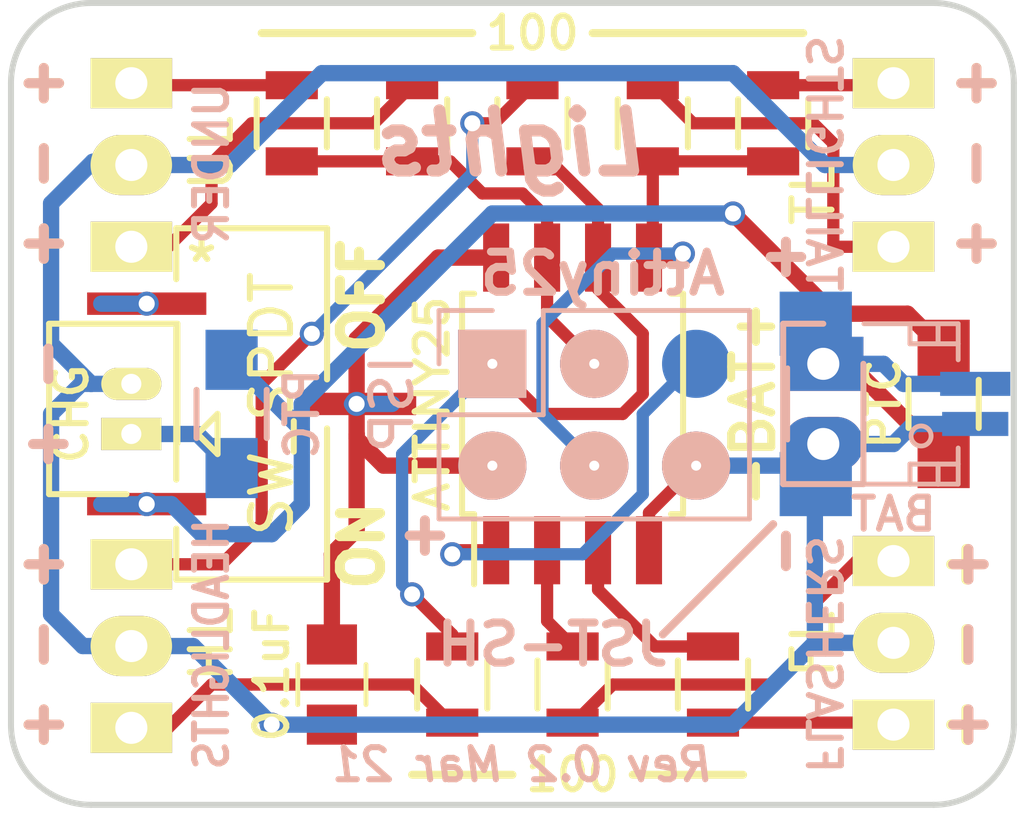
<source format=kicad_pcb>
(kicad_pcb (version 4) (host pcbnew 4.0.2+dfsg1-stable)

  (general
    (links 39)
    (no_connects 0)
    (area 143.924999 85.924999 169.075001 106.075001)
    (thickness 1.6)
    (drawings 65)
    (tracks 181)
    (zones 0)
    (modules 21)
    (nets 21)
  )

  (page A)
  (title_block
    (title "Beetje 32U4 Blok")
    (date 2018-08-10)
    (rev 0.0)
    (company www.MakersBox.us)
    (comment 1 648.ken@gmail.com)
  )

  (layers
    (0 F.Cu signal)
    (31 B.Cu signal)
    (32 B.Adhes user)
    (33 F.Adhes user)
    (34 B.Paste user)
    (35 F.Paste user)
    (36 B.SilkS user)
    (37 F.SilkS user)
    (38 B.Mask user)
    (39 F.Mask user)
    (40 Dwgs.User user hide)
    (41 Cmts.User user)
    (42 Eco1.User user)
    (43 Eco2.User user hide)
    (44 Edge.Cuts user)
    (45 Margin user)
    (46 B.CrtYd user)
    (47 F.CrtYd user)
    (48 B.Fab user)
    (49 F.Fab user)
  )

  (setup
    (last_trace_width 0.3048)
    (user_trace_width 0.254)
    (user_trace_width 0.3048)
    (user_trace_width 0.4064)
    (user_trace_width 0.6096)
    (trace_clearance 0.2)
    (zone_clearance 0.508)
    (zone_45_only no)
    (trace_min 0.2)
    (segment_width 0.2)
    (edge_width 0.15)
    (via_size 0.6)
    (via_drill 0.4)
    (via_min_size 0.4)
    (via_min_drill 0.3)
    (uvia_size 0.3)
    (uvia_drill 0.1)
    (uvias_allowed no)
    (uvia_min_size 0.2)
    (uvia_min_drill 0.1)
    (pcb_text_width 0.3)
    (pcb_text_size 1.5 1.5)
    (mod_edge_width 0.15)
    (mod_text_size 1 1)
    (mod_text_width 0.15)
    (pad_size 2 1.35)
    (pad_drill 0.8)
    (pad_to_mask_clearance 0)
    (aux_axis_origin 0 0)
    (visible_elements 7FFFFFFF)
    (pcbplotparams
      (layerselection 0x00030_80000001)
      (usegerberextensions false)
      (excludeedgelayer true)
      (linewidth 0.100000)
      (plotframeref false)
      (viasonmask false)
      (mode 1)
      (useauxorigin false)
      (hpglpennumber 1)
      (hpglpenspeed 20)
      (hpglpendiameter 15)
      (hpglpenoverlay 2)
      (psnegative false)
      (psa4output false)
      (plotreference true)
      (plotvalue true)
      (plotinvisibletext false)
      (padsonsilk false)
      (subtractmaskfromsilk false)
      (outputformat 1)
      (mirror false)
      (drillshape 0)
      (scaleselection 1)
      (outputdirectory ""))
  )

  (net 0 "")
  (net 1 GND)
  (net 2 "Net-(J6-Pad1)")
  (net 3 "Net-(J8-Pad1)")
  (net 4 VCC)
  (net 5 /RESET)
  (net 6 /D1)
  (net 7 /D2)
  (net 8 /D0)
  (net 9 /D3)
  (net 10 /D4)
  (net 11 "Net-(J2-Pad1)")
  (net 12 "Net-(J4-Pad1)")
  (net 13 "Net-(J2-Pad3)")
  (net 14 "Net-(J4-Pad3)")
  (net 15 "Net-(J6-Pad3)")
  (net 16 "Net-(J8-Pad3)")
  (net 17 "Net-(SW1-Pad1)")
  (net 18 "Net-(F1-Pad1)")
  (net 19 "Net-(F1-Pad2)")
  (net 20 "Net-(F2-Pad1)")

  (net_class Default "This is the default net class."
    (clearance 0.2)
    (trace_width 0.25)
    (via_dia 0.6)
    (via_drill 0.4)
    (uvia_dia 0.3)
    (uvia_drill 0.1)
    (add_net /D0)
    (add_net /D1)
    (add_net /D2)
    (add_net /D3)
    (add_net /D4)
    (add_net /RESET)
    (add_net GND)
    (add_net "Net-(F1-Pad1)")
    (add_net "Net-(F1-Pad2)")
    (add_net "Net-(F2-Pad1)")
    (add_net "Net-(J2-Pad1)")
    (add_net "Net-(J2-Pad3)")
    (add_net "Net-(J4-Pad1)")
    (add_net "Net-(J4-Pad3)")
    (add_net "Net-(J6-Pad1)")
    (add_net "Net-(J6-Pad3)")
    (add_net "Net-(J8-Pad1)")
    (add_net "Net-(J8-Pad3)")
    (add_net "Net-(SW1-Pad1)")
    (add_net VCC)
  )

  (module footprints:PIN_HEADER_LED (layer B.Cu) (tedit 6041CF37) (tstamp 60357F5B)
    (at 164.25 95 180)
    (descr "Through hole straight pin header, 1x02, 2.00mm pitch, single row")
    (tags "Through hole pin header THT 1x02 2.00mm single row")
    (path /60347008)
    (fp_text reference J3 (at 0 2.06 180) (layer B.SilkS) hide
      (effects (font (size 1 1) (thickness 0.15)) (justify mirror))
    )
    (fp_text value BAT (at -1.75 -3.75 180) (layer B.SilkS)
      (effects (font (size 0.8 0.8) (thickness 0.15)) (justify mirror))
    )
    (fp_line (start -1 0) (end -1 -3) (layer B.SilkS) (width 0.15))
    (fp_line (start -1 -3) (end 1 -3) (layer B.SilkS) (width 0.15))
    (fp_line (start 1 -3) (end 1 1) (layer B.SilkS) (width 0.15))
    (fp_line (start 1 1) (end 0 1) (layer B.SilkS) (width 0.15))
    (fp_line (start -0.5 1) (end 1 1) (layer B.Fab) (width 0.1))
    (fp_line (start 1 1) (end 1 -3) (layer B.Fab) (width 0.1))
    (fp_line (start 1 -3) (end -1 -3) (layer B.Fab) (width 0.1))
    (fp_line (start -1 -3) (end -1 0.5) (layer B.Fab) (width 0.1))
    (fp_line (start -1 0.5) (end -0.5 1) (layer B.Fab) (width 0.1))
    (fp_line (start -1.5 1.5) (end -1.5 -3.5) (layer B.CrtYd) (width 0.05))
    (fp_line (start -1.5 -3.5) (end 1.5 -3.5) (layer B.CrtYd) (width 0.05))
    (fp_line (start 1.5 -3.5) (end 1.5 1.5) (layer B.CrtYd) (width 0.05))
    (fp_line (start 1.5 1.5) (end -1.5 1.5) (layer B.CrtYd) (width 0.05))
    (fp_text user %R (at 0 -1 450) (layer B.Fab)
      (effects (font (size 1 1) (thickness 0.15)) (justify mirror))
    )
    (pad 1 thru_hole rect (at 0 0 180) (size 2 1.35) (drill 0.8) (layers *.Cu *.Mask)
      (net 18 "Net-(F1-Pad1)"))
    (pad 2 thru_hole oval (at 0 -2 180) (size 2 1.35) (drill 0.8) (layers *.Cu *.Mask)
      (net 1 GND))
    (model ${KISYS3DMOD}/Pin_Headers.3dshapes/Pin_Header_Straight_1x02_Pitch2.00mm.wrl
      (at (xyz 0 0 0))
      (scale (xyz 1 1 1))
      (rotate (xyz 0 0 0))
    )
  )

  (module footprints:JST_SH_SM02B_hand_solder (layer B.Cu) (tedit 6041D3AA) (tstamp 60425510)
    (at 166 96 90)
    (descr http://www.jst-mfg.com/product/pdf/eng/eSH.pdf)
    (tags "connector jst sh")
    (path /6041C3A6)
    (attr smd)
    (fp_text reference J5 (at -0.5 4 90) (layer B.SilkS) hide
      (effects (font (size 1 1) (thickness 0.15)) (justify mirror))
    )
    (fp_text value JST-SH (at 0 -4.5 90) (layer B.Fab)
      (effects (font (size 1 1) (thickness 0.15)) (justify mirror))
    )
    (fp_circle (center -0.8 0.6875) (end -0.55 0.6875) (layer B.SilkS) (width 0.12))
    (fp_line (start -0.9 -2.6375) (end 0.9 -2.6375) (layer B.SilkS) (width 0.12))
    (fp_line (start -2 -0.7375) (end -2 1.6125) (layer B.SilkS) (width 0.12))
    (fp_line (start -2 1.6125) (end -1.1 1.6125) (layer B.SilkS) (width 0.12))
    (fp_line (start -1.5 1.6125) (end -1.5 0.4125) (layer B.SilkS) (width 0.12))
    (fp_line (start -1.5 0.4125) (end -1.5 0.4125) (layer B.SilkS) (width 0.12))
    (fp_line (start -1.5 0.4125) (end -1.5 1.6125) (layer B.SilkS) (width 0.12))
    (fp_line (start -1.5 1.6125) (end -1.5 1.6125) (layer B.SilkS) (width 0.12))
    (fp_line (start -1.5 1.1125) (end -1.5 1.1125) (layer B.SilkS) (width 0.12))
    (fp_line (start -1.5 1.1125) (end -2 1.1125) (layer B.SilkS) (width 0.12))
    (fp_line (start -2 1.1125) (end -2 1.1125) (layer B.SilkS) (width 0.12))
    (fp_line (start -2 1.1125) (end -1.5 1.1125) (layer B.SilkS) (width 0.12))
    (fp_line (start -1.5 0.4125) (end -1.5 0.4125) (layer B.SilkS) (width 0.12))
    (fp_line (start -1.5 0.4125) (end -2 0.4125) (layer B.SilkS) (width 0.12))
    (fp_line (start -2 0.4125) (end -2 0.4125) (layer B.SilkS) (width 0.12))
    (fp_line (start -2 0.4125) (end -1.5 0.4125) (layer B.SilkS) (width 0.12))
    (fp_line (start 2 -0.7375) (end 2 1.6125) (layer B.SilkS) (width 0.12))
    (fp_line (start 2 1.6125) (end 1.1 1.6125) (layer B.SilkS) (width 0.12))
    (fp_line (start 1.5 1.6125) (end 1.5 0.4125) (layer B.SilkS) (width 0.12))
    (fp_line (start 1.5 0.4125) (end 1.5 0.4125) (layer B.SilkS) (width 0.12))
    (fp_line (start 1.5 0.4125) (end 1.5 1.6125) (layer B.SilkS) (width 0.12))
    (fp_line (start 1.5 1.6125) (end 1.5 1.6125) (layer B.SilkS) (width 0.12))
    (fp_line (start 1.5 1.1125) (end 1.5 1.1125) (layer B.SilkS) (width 0.12))
    (fp_line (start 1.5 1.1125) (end 2 1.1125) (layer B.SilkS) (width 0.12))
    (fp_line (start 2 1.1125) (end 2 1.1125) (layer B.SilkS) (width 0.12))
    (fp_line (start 2 1.1125) (end 1.5 1.1125) (layer B.SilkS) (width 0.12))
    (fp_line (start 1.5 0.4125) (end 1.5 0.4125) (layer B.SilkS) (width 0.12))
    (fp_line (start 1.5 0.4125) (end 2 0.4125) (layer B.SilkS) (width 0.12))
    (fp_line (start 2 0.4125) (end 2 0.4125) (layer B.SilkS) (width 0.12))
    (fp_line (start 2 0.4125) (end 1.5 0.4125) (layer B.SilkS) (width 0.12))
    (fp_line (start -2.9 -3.35) (end -2.9 3.25) (layer B.CrtYd) (width 0.05))
    (fp_line (start -2.9 3.25) (end 2.9 3.25) (layer B.CrtYd) (width 0.05))
    (fp_line (start 2.9 3.25) (end 2.9 -3.35) (layer B.CrtYd) (width 0.05))
    (fp_line (start 2.9 -3.35) (end -2.9 -3.35) (layer B.CrtYd) (width 0.05))
    (pad 1 smd rect (at -0.5 2.0375 90) (size 0.6 1.65) (layers B.Cu B.Paste B.Mask)
      (net 1 GND))
    (pad 2 smd rect (at 0.5 2.0375 90) (size 0.6 1.75) (layers B.Cu B.Paste B.Mask)
      (net 18 "Net-(F1-Pad1)"))
    (pad 1 smd rect (at -2 -1.9375 90) (size 1.6 1.8) (layers B.Cu B.Paste B.Mask)
      (net 1 GND))
    (pad 2 smd rect (at 2 -1.9375 90) (size 1.6 1.8) (layers B.Cu B.Paste B.Mask)
      (net 18 "Net-(F1-Pad1)"))
  )

  (module footprints:R_0805 (layer F.Cu) (tedit 60346D15) (tstamp 603339E8)
    (at 151 89 90)
    (descr "Resistor SMD 0805, reflow soldering, Vishay (see dcrcw.pdf)")
    (tags "resistor 0805")
    (path /5EA72640)
    (attr smd)
    (fp_text reference R1 (at 0 -2.1 90) (layer F.Fab)
      (effects (font (size 1 1) (thickness 0.15)))
    )
    (fp_text value 100 (at 0 2.1 90) (layer F.SilkS) hide
      (effects (font (size 0.8 0.8) (thickness 0.15)))
    )
    (fp_line (start -1.6 -1) (end 1.6 -1) (layer F.CrtYd) (width 0.05))
    (fp_line (start -1.6 1) (end 1.6 1) (layer F.CrtYd) (width 0.05))
    (fp_line (start -1.6 -1) (end -1.6 1) (layer F.CrtYd) (width 0.05))
    (fp_line (start 1.6 -1) (end 1.6 1) (layer F.CrtYd) (width 0.05))
    (fp_line (start 0.6 0.875) (end -0.6 0.875) (layer F.SilkS) (width 0.15))
    (fp_line (start -0.6 -0.875) (end 0.6 -0.875) (layer F.SilkS) (width 0.15))
    (pad 1 smd rect (at -0.95 0 90) (size 0.7 1.3) (layers F.Cu F.Paste F.Mask)
      (net 7 /D2))
    (pad 2 smd rect (at 0.95 0 90) (size 0.7 1.3) (layers F.Cu F.Paste F.Mask)
      (net 11 "Net-(J2-Pad1)"))
    (model Resistors_SMD.3dshapes/R_0805.wrl
      (at (xyz 0 0 0))
      (scale (xyz 1 1 1))
      (rotate (xyz 0 0 0))
    )
  )

  (module footprints:R_0805 (layer F.Cu) (tedit 60346CF3) (tstamp 60333A5F)
    (at 155 103 270)
    (descr "Resistor SMD 0805, reflow soldering, Vishay (see dcrcw.pdf)")
    (tags "resistor 0805")
    (path /6033C148)
    (attr smd)
    (fp_text reference R8 (at 0 -2.1 270) (layer F.Fab)
      (effects (font (size 1 1) (thickness 0.15)))
    )
    (fp_text value 100 (at 0 2.1 270) (layer F.SilkS) hide
      (effects (font (size 0.8 0.8) (thickness 0.15)))
    )
    (fp_line (start -1.6 -1) (end 1.6 -1) (layer F.CrtYd) (width 0.05))
    (fp_line (start -1.6 1) (end 1.6 1) (layer F.CrtYd) (width 0.05))
    (fp_line (start -1.6 -1) (end -1.6 1) (layer F.CrtYd) (width 0.05))
    (fp_line (start 1.6 -1) (end 1.6 1) (layer F.CrtYd) (width 0.05))
    (fp_line (start 0.6 0.875) (end -0.6 0.875) (layer F.SilkS) (width 0.15))
    (fp_line (start -0.6 -0.875) (end 0.6 -0.875) (layer F.SilkS) (width 0.15))
    (pad 1 smd rect (at -0.95 0 270) (size 0.7 1.3) (layers F.Cu F.Paste F.Mask)
      (net 6 /D1))
    (pad 2 smd rect (at 0.95 0 270) (size 0.7 1.3) (layers F.Cu F.Paste F.Mask)
      (net 16 "Net-(J8-Pad3)"))
    (model Resistors_SMD.3dshapes/R_0805.wrl
      (at (xyz 0 0 0))
      (scale (xyz 1 1 1))
      (rotate (xyz 0 0 0))
    )
  )

  (module footprints:R_0805 (layer F.Cu) (tedit 60346D18) (tstamp 60333A4E)
    (at 157 89 90)
    (descr "Resistor SMD 0805, reflow soldering, Vishay (see dcrcw.pdf)")
    (tags "resistor 0805")
    (path /6033C142)
    (attr smd)
    (fp_text reference R7 (at 0 -2.1 90) (layer F.Fab)
      (effects (font (size 1 1) (thickness 0.15)))
    )
    (fp_text value 100 (at 0 2.1 90) (layer F.SilkS) hide
      (effects (font (size 0.8 0.8) (thickness 0.15)))
    )
    (fp_line (start -1.6 -1) (end 1.6 -1) (layer F.CrtYd) (width 0.05))
    (fp_line (start -1.6 1) (end 1.6 1) (layer F.CrtYd) (width 0.05))
    (fp_line (start -1.6 -1) (end -1.6 1) (layer F.CrtYd) (width 0.05))
    (fp_line (start 1.6 -1) (end 1.6 1) (layer F.CrtYd) (width 0.05))
    (fp_line (start 0.6 0.875) (end -0.6 0.875) (layer F.SilkS) (width 0.15))
    (fp_line (start -0.6 -0.875) (end 0.6 -0.875) (layer F.SilkS) (width 0.15))
    (pad 1 smd rect (at -0.95 0 90) (size 0.7 1.3) (layers F.Cu F.Paste F.Mask)
      (net 6 /D1))
    (pad 2 smd rect (at 0.95 0 90) (size 0.7 1.3) (layers F.Cu F.Paste F.Mask)
      (net 3 "Net-(J8-Pad1)"))
    (model Resistors_SMD.3dshapes/R_0805.wrl
      (at (xyz 0 0 0))
      (scale (xyz 1 1 1))
      (rotate (xyz 0 0 0))
    )
  )

  (module footprints:R_0805 (layer F.Cu) (tedit 60346D1C) (tstamp 60333A3D)
    (at 160 89 90)
    (descr "Resistor SMD 0805, reflow soldering, Vishay (see dcrcw.pdf)")
    (tags "resistor 0805")
    (path /6033C13C)
    (attr smd)
    (fp_text reference R6 (at 0 -2.1 90) (layer F.Fab)
      (effects (font (size 1 1) (thickness 0.15)))
    )
    (fp_text value 100 (at 0 2.1 90) (layer F.SilkS) hide
      (effects (font (size 0.8 0.8) (thickness 0.15)))
    )
    (fp_line (start -1.6 -1) (end 1.6 -1) (layer F.CrtYd) (width 0.05))
    (fp_line (start -1.6 1) (end 1.6 1) (layer F.CrtYd) (width 0.05))
    (fp_line (start -1.6 -1) (end -1.6 1) (layer F.CrtYd) (width 0.05))
    (fp_line (start 1.6 -1) (end 1.6 1) (layer F.CrtYd) (width 0.05))
    (fp_line (start 0.6 0.875) (end -0.6 0.875) (layer F.SilkS) (width 0.15))
    (fp_line (start -0.6 -0.875) (end 0.6 -0.875) (layer F.SilkS) (width 0.15))
    (pad 1 smd rect (at -0.95 0 90) (size 0.7 1.3) (layers F.Cu F.Paste F.Mask)
      (net 8 /D0))
    (pad 2 smd rect (at 0.95 0 90) (size 0.7 1.3) (layers F.Cu F.Paste F.Mask)
      (net 15 "Net-(J6-Pad3)"))
    (model Resistors_SMD.3dshapes/R_0805.wrl
      (at (xyz 0 0 0))
      (scale (xyz 1 1 1))
      (rotate (xyz 0 0 0))
    )
  )

  (module footprints:R_0805 (layer F.Cu) (tedit 60346DAF) (tstamp 60333A2C)
    (at 163 89 90)
    (descr "Resistor SMD 0805, reflow soldering, Vishay (see dcrcw.pdf)")
    (tags "resistor 0805")
    (path /6033C136)
    (attr smd)
    (fp_text reference R5 (at 0 -2.1 90) (layer F.Fab)
      (effects (font (size 1 1) (thickness 0.15)))
    )
    (fp_text value 100 (at 0 2.1 90) (layer F.SilkS) hide
      (effects (font (size 0.8 0.8) (thickness 0.15)))
    )
    (fp_line (start -1.6 -1) (end 1.6 -1) (layer F.CrtYd) (width 0.05))
    (fp_line (start -1.6 1) (end 1.6 1) (layer F.CrtYd) (width 0.05))
    (fp_line (start -1.6 -1) (end -1.6 1) (layer F.CrtYd) (width 0.05))
    (fp_line (start 1.6 -1) (end 1.6 1) (layer F.CrtYd) (width 0.05))
    (fp_line (start 0.6 0.875) (end -0.6 0.875) (layer F.SilkS) (width 0.15))
    (fp_line (start -0.6 -0.875) (end 0.6 -0.875) (layer F.SilkS) (width 0.15))
    (pad 1 smd rect (at -0.95 0 90) (size 0.7 1.3) (layers F.Cu F.Paste F.Mask)
      (net 8 /D0))
    (pad 2 smd rect (at 0.95 0 90) (size 0.7 1.3) (layers F.Cu F.Paste F.Mask)
      (net 2 "Net-(J6-Pad1)"))
    (model Resistors_SMD.3dshapes/R_0805.wrl
      (at (xyz 0 0 0))
      (scale (xyz 1 1 1))
      (rotate (xyz 0 0 0))
    )
  )

  (module footprints:R_0805 (layer F.Cu) (tedit 60346CE8) (tstamp 60333A1B)
    (at 158 103 270)
    (descr "Resistor SMD 0805, reflow soldering, Vishay (see dcrcw.pdf)")
    (tags "resistor 0805")
    (path /5EA727AD)
    (attr smd)
    (fp_text reference R4 (at 0 -2.1 270) (layer F.Fab)
      (effects (font (size 1 1) (thickness 0.15)))
    )
    (fp_text value 100 (at 2.25 0 360) (layer F.SilkS)
      (effects (font (size 0.8 0.8) (thickness 0.15)))
    )
    (fp_line (start -1.6 -1) (end 1.6 -1) (layer F.CrtYd) (width 0.05))
    (fp_line (start -1.6 1) (end 1.6 1) (layer F.CrtYd) (width 0.05))
    (fp_line (start -1.6 -1) (end -1.6 1) (layer F.CrtYd) (width 0.05))
    (fp_line (start 1.6 -1) (end 1.6 1) (layer F.CrtYd) (width 0.05))
    (fp_line (start 0.6 0.875) (end -0.6 0.875) (layer F.SilkS) (width 0.15))
    (fp_line (start -0.6 -0.875) (end 0.6 -0.875) (layer F.SilkS) (width 0.15))
    (pad 1 smd rect (at -0.95 0 270) (size 0.7 1.3) (layers F.Cu F.Paste F.Mask)
      (net 9 /D3))
    (pad 2 smd rect (at 0.95 0 270) (size 0.7 1.3) (layers F.Cu F.Paste F.Mask)
      (net 14 "Net-(J4-Pad3)"))
    (model Resistors_SMD.3dshapes/R_0805.wrl
      (at (xyz 0 0 0))
      (scale (xyz 1 1 1))
      (rotate (xyz 0 0 0))
    )
  )

  (module footprints:R_0805 (layer F.Cu) (tedit 60346CEE) (tstamp 60333A0A)
    (at 161.5 103 270)
    (descr "Resistor SMD 0805, reflow soldering, Vishay (see dcrcw.pdf)")
    (tags "resistor 0805")
    (path /5EA72763)
    (attr smd)
    (fp_text reference R3 (at 0 -2.1 270) (layer F.Fab)
      (effects (font (size 1 1) (thickness 0.15)))
    )
    (fp_text value 100 (at 0 2.1 270) (layer F.SilkS) hide
      (effects (font (size 0.8 0.8) (thickness 0.15)))
    )
    (fp_line (start -1.6 -1) (end 1.6 -1) (layer F.CrtYd) (width 0.05))
    (fp_line (start -1.6 1) (end 1.6 1) (layer F.CrtYd) (width 0.05))
    (fp_line (start -1.6 -1) (end -1.6 1) (layer F.CrtYd) (width 0.05))
    (fp_line (start 1.6 -1) (end 1.6 1) (layer F.CrtYd) (width 0.05))
    (fp_line (start 0.6 0.875) (end -0.6 0.875) (layer F.SilkS) (width 0.15))
    (fp_line (start -0.6 -0.875) (end 0.6 -0.875) (layer F.SilkS) (width 0.15))
    (pad 1 smd rect (at -0.95 0 270) (size 0.7 1.3) (layers F.Cu F.Paste F.Mask)
      (net 10 /D4))
    (pad 2 smd rect (at 0.95 0 270) (size 0.7 1.3) (layers F.Cu F.Paste F.Mask)
      (net 12 "Net-(J4-Pad1)"))
    (model Resistors_SMD.3dshapes/R_0805.wrl
      (at (xyz 0 0 0))
      (scale (xyz 1 1 1))
      (rotate (xyz 0 0 0))
    )
  )

  (module footprints:R_0805 (layer F.Cu) (tedit 60346D10) (tstamp 603339F9)
    (at 154 89 90)
    (descr "Resistor SMD 0805, reflow soldering, Vishay (see dcrcw.pdf)")
    (tags "resistor 0805")
    (path /5EA726D2)
    (attr smd)
    (fp_text reference R2 (at 0 -2.1 90) (layer F.Fab)
      (effects (font (size 1 1) (thickness 0.15)))
    )
    (fp_text value 100 (at 2.25 3 180) (layer F.SilkS)
      (effects (font (size 0.8 0.8) (thickness 0.15)))
    )
    (fp_line (start -1.6 -1) (end 1.6 -1) (layer F.CrtYd) (width 0.05))
    (fp_line (start -1.6 1) (end 1.6 1) (layer F.CrtYd) (width 0.05))
    (fp_line (start -1.6 -1) (end -1.6 1) (layer F.CrtYd) (width 0.05))
    (fp_line (start 1.6 -1) (end 1.6 1) (layer F.CrtYd) (width 0.05))
    (fp_line (start 0.6 0.875) (end -0.6 0.875) (layer F.SilkS) (width 0.15))
    (fp_line (start -0.6 -0.875) (end 0.6 -0.875) (layer F.SilkS) (width 0.15))
    (pad 1 smd rect (at -0.95 0 90) (size 0.7 1.3) (layers F.Cu F.Paste F.Mask)
      (net 7 /D2))
    (pad 2 smd rect (at 0.95 0 90) (size 0.7 1.3) (layers F.Cu F.Paste F.Mask)
      (net 13 "Net-(J2-Pad3)"))
    (model Resistors_SMD.3dshapes/R_0805.wrl
      (at (xyz 0 0 0))
      (scale (xyz 1 1 1))
      (rotate (xyz 0 0 0))
    )
  )

  (module footprints:C_0805 (layer F.Cu) (tedit 6041C16D) (tstamp 603338D2)
    (at 152 103 270)
    (descr "Capacitor SMD 0805, reflow soldering, AVX (see smccp.pdf)")
    (tags "capacitor 0805")
    (path /5B77416F)
    (attr smd)
    (fp_text reference C1 (at 1.25 1.5 270) (layer F.SilkS) hide
      (effects (font (size 1 1) (thickness 0.15)))
    )
    (fp_text value 0.1uF (at -0.25 1.5 450) (layer F.SilkS)
      (effects (font (size 0.8 0.8) (thickness 0.15)))
    )
    (fp_text user %R (at 0 -1.5 270) (layer F.Fab)
      (effects (font (size 1 1) (thickness 0.15)))
    )
    (fp_line (start -1 0.62) (end -1 -0.62) (layer F.Fab) (width 0.1))
    (fp_line (start 1 0.62) (end -1 0.62) (layer F.Fab) (width 0.1))
    (fp_line (start 1 -0.62) (end 1 0.62) (layer F.Fab) (width 0.1))
    (fp_line (start -1 -0.62) (end 1 -0.62) (layer F.Fab) (width 0.1))
    (fp_line (start 0.5 -0.85) (end -0.5 -0.85) (layer F.SilkS) (width 0.12))
    (fp_line (start -0.5 0.85) (end 0.5 0.85) (layer F.SilkS) (width 0.12))
    (fp_line (start -1.75 -0.88) (end 1.75 -0.88) (layer F.CrtYd) (width 0.05))
    (fp_line (start -1.75 -0.88) (end -1.75 0.87) (layer F.CrtYd) (width 0.05))
    (fp_line (start 1.75 0.87) (end 1.75 -0.88) (layer F.CrtYd) (width 0.05))
    (fp_line (start 1.75 0.87) (end -1.75 0.87) (layer F.CrtYd) (width 0.05))
    (pad 1 smd rect (at -1 0 270) (size 1 1.25) (layers F.Cu F.Paste F.Mask)
      (net 4 VCC))
    (pad 2 smd rect (at 1 0 270) (size 1 1.25) (layers F.Cu F.Paste F.Mask)
      (net 1 GND))
    (model Capacitors_SMD.3dshapes/C_0805.wrl
      (at (xyz 0 0 0))
      (scale (xyz 1 1 1))
      (rotate (xyz 0 0 0))
    )
  )

  (module footprints:Pin_Header_Straight_2x03_Pitch2.54mm (layer B.Cu) (tedit 6041C2EC) (tstamp 603338EE)
    (at 156 95 270)
    (descr "Through hole straight pin header, 2x03, 2.54mm pitch, double rows")
    (tags "Through hole pin header THT 2x03 2.54mm double row")
    (path /5ED19E25)
    (fp_text reference CON1 (at 1.27 2.33 270) (layer B.SilkS) hide
      (effects (font (size 1 1) (thickness 0.15)) (justify mirror))
    )
    (fp_text value ISP (at 1 2.5 270) (layer B.SilkS)
      (effects (font (size 1 1) (thickness 0.15)) (justify mirror))
    )
    (fp_line (start 0 1.27) (end 3.81 1.27) (layer B.Fab) (width 0.1))
    (fp_line (start 3.81 1.27) (end 3.81 -6.35) (layer B.Fab) (width 0.1))
    (fp_line (start 3.81 -6.35) (end -1.27 -6.35) (layer B.Fab) (width 0.1))
    (fp_line (start -1.27 -6.35) (end -1.27 0) (layer B.Fab) (width 0.1))
    (fp_line (start -1.27 0) (end 0 1.27) (layer B.Fab) (width 0.1))
    (fp_line (start -1.33 -6.41) (end 3.87 -6.41) (layer B.SilkS) (width 0.12))
    (fp_line (start -1.33 -1.27) (end -1.33 -6.41) (layer B.SilkS) (width 0.12))
    (fp_line (start 3.87 1.33) (end 3.87 -6.41) (layer B.SilkS) (width 0.12))
    (fp_line (start -1.33 -1.27) (end 1.27 -1.27) (layer B.SilkS) (width 0.12))
    (fp_line (start 1.27 -1.27) (end 1.27 1.33) (layer B.SilkS) (width 0.12))
    (fp_line (start 1.27 1.33) (end 3.87 1.33) (layer B.SilkS) (width 0.12))
    (fp_line (start -1.33 0) (end -1.33 1.33) (layer B.SilkS) (width 0.12))
    (fp_line (start -1.33 1.33) (end 0 1.33) (layer B.SilkS) (width 0.12))
    (fp_line (start -1.8 1.8) (end -1.8 -6.85) (layer B.CrtYd) (width 0.05))
    (fp_line (start -1.8 -6.85) (end 4.35 -6.85) (layer B.CrtYd) (width 0.05))
    (fp_line (start 4.35 -6.85) (end 4.35 1.8) (layer B.CrtYd) (width 0.05))
    (fp_line (start 4.35 1.8) (end -1.8 1.8) (layer B.CrtYd) (width 0.05))
    (fp_text user %R (at 1.27 -2.54 540) (layer B.Fab)
      (effects (font (size 1 1) (thickness 0.15)) (justify mirror))
    )
    (pad 1 thru_hole rect (at 0 0 270) (size 1.7 1.7) (drill 0.25) (layers *.Cu B.SilkS B.Mask)
      (net 6 /D1))
    (pad 2 thru_hole oval (at 2.54 0 270) (size 1.7 1.7) (drill 0.25) (layers *.Cu B.SilkS B.Mask)
      (net 4 VCC))
    (pad 3 thru_hole oval (at 0 -2.54 270) (size 1.7 1.7) (drill 0.25) (layers *.Cu B.SilkS B.Mask)
      (net 7 /D2))
    (pad 4 thru_hole oval (at 2.54 -2.54 270) (size 1.7 1.7) (drill 0.25) (layers *.Cu B.SilkS B.Mask)
      (net 8 /D0))
    (pad 5 smd oval (at 0 -5.08 270) (size 1.7 1.7) (layers B.Cu B.Paste B.Mask)
      (net 5 /RESET))
    (pad 6 thru_hole oval (at 2.54 -5.08 270) (size 1.7 1.7) (drill 0.25) (layers *.Cu B.SilkS B.Mask)
      (net 1 GND))
  )

  (module footprints:SOIJ-8_5.3x5.3mm_Pitch1.27mm (layer F.Cu) (tedit 60347634) (tstamp 60333905)
    (at 158 96 90)
    (descr "8-Lead Plastic Small Outline (SM) - Medium, 5.28 mm Body [SOIC] (see Microchip Packaging Specification 00000049BS.pdf)")
    (tags "SOIC 1.27")
    (path /60332EE4)
    (attr smd)
    (fp_text reference IC1 (at 0 -3.68 90) (layer F.SilkS) hide
      (effects (font (size 1 1) (thickness 0.15)))
    )
    (fp_text value ATTINY25 (at 0 -3.5 90) (layer F.SilkS)
      (effects (font (size 0.8 0.8) (thickness 0.15)))
    )
    (fp_line (start -4.75 -2.95) (end -4.75 2.95) (layer F.CrtYd) (width 0.05))
    (fp_line (start 4.75 -2.95) (end 4.75 2.95) (layer F.CrtYd) (width 0.05))
    (fp_line (start -4.75 -2.95) (end 4.75 -2.95) (layer F.CrtYd) (width 0.05))
    (fp_line (start -4.75 2.95) (end 4.75 2.95) (layer F.CrtYd) (width 0.05))
    (fp_line (start -2.75 -2.755) (end -2.75 -2.455) (layer F.SilkS) (width 0.15))
    (fp_line (start 2.75 -2.755) (end 2.75 -2.455) (layer F.SilkS) (width 0.15))
    (fp_line (start 2.75 2.755) (end 2.75 2.455) (layer F.SilkS) (width 0.15))
    (fp_line (start -2.75 2.755) (end -2.75 2.455) (layer F.SilkS) (width 0.15))
    (fp_line (start -2.75 -2.755) (end 2.75 -2.755) (layer F.SilkS) (width 0.15))
    (fp_line (start -2.75 2.755) (end 2.75 2.755) (layer F.SilkS) (width 0.15))
    (fp_line (start -2.75 -2.455) (end -4.5 -2.455) (layer F.SilkS) (width 0.15))
    (pad 1 smd rect (at -3.65 -1.905 90) (size 1.7 0.65) (layers F.Cu F.Paste F.Mask)
      (net 5 /RESET))
    (pad 2 smd rect (at -3.65 -0.635 90) (size 1.7 0.65) (layers F.Cu F.Paste F.Mask)
      (net 9 /D3))
    (pad 3 smd rect (at -3.65 0.635 90) (size 1.7 0.65) (layers F.Cu F.Paste F.Mask)
      (net 10 /D4))
    (pad 4 smd rect (at -3.65 1.905 90) (size 1.7 0.65) (layers F.Cu F.Paste F.Mask)
      (net 1 GND))
    (pad 5 smd rect (at 3.65 1.905 90) (size 1.7 0.65) (layers F.Cu F.Paste F.Mask)
      (net 8 /D0))
    (pad 6 smd rect (at 3.65 0.635 90) (size 1.7 0.65) (layers F.Cu F.Paste F.Mask)
      (net 6 /D1))
    (pad 7 smd rect (at 3.65 -0.635 90) (size 1.7 0.65) (layers F.Cu F.Paste F.Mask)
      (net 7 /D2))
    (pad 8 smd rect (at 3.65 -1.905 90) (size 1.7 0.65) (layers F.Cu F.Paste F.Mask)
      (net 4 VCC))
    (model Housings_SOIC.3dshapes/SOIJ-8_5.3x5.3mm_Pitch1.27mm.wrl
      (at (xyz 0 0 0))
      (scale (xyz 1 1 1))
      (rotate (xyz 0 0 0))
    )
  )

  (module footprints:Connector_Molex_PicoBlade_53047-0210 (layer F.Cu) (tedit 6041C13B) (tstamp 6033516F)
    (at 147 96.75 90)
    (descr "Molex PicoBlade 1.25mm shrouded header. Vertical. 2 ways")
    (path /5B7F07B5)
    (fp_text reference J1 (at 1 3.25 90) (layer F.SilkS) hide
      (effects (font (size 1 1) (thickness 0.15)))
    )
    (fp_text value CHG (at 0.5 -1.5 90) (layer F.SilkS)
      (effects (font (size 0.8 0.8) (thickness 0.15)))
    )
    (fp_line (start -1.5 -0.12) (end -1.5 -2.05) (layer F.SilkS) (width 0.15))
    (fp_line (start -1.5 -2.05) (end 2.75 -2.05) (layer F.SilkS) (width 0.15))
    (fp_line (start 2.75 -2.05) (end 2.75 1.15) (layer F.SilkS) (width 0.15))
    (fp_line (start 2.75 1.15) (end -0.23 1.15) (layer F.SilkS) (width 0.15))
    (fp_line (start 0 1.65) (end 0.5 2.15) (layer F.SilkS) (width 0.15))
    (fp_line (start 0.5 2.15) (end -0.5 2.15) (layer F.SilkS) (width 0.15))
    (fp_line (start -0.5 2.15) (end 0 1.65) (layer F.SilkS) (width 0.15))
    (fp_line (start -0.23 1.15) (end -1.5 -0.12) (layer F.Fab) (width 0.2))
    (fp_line (start -1.5 -0.12) (end -1.5 -2.05) (layer F.Fab) (width 0.2))
    (fp_line (start -1.5 -2.05) (end 2.75 -2.05) (layer F.Fab) (width 0.2))
    (fp_line (start 2.75 -2.05) (end 2.75 1.15) (layer F.Fab) (width 0.2))
    (fp_line (start 2.75 1.15) (end -0.23 1.15) (layer F.Fab) (width 0.2))
    (pad 1 thru_hole rect (at 0 0 90) (size 0.8 1.5) (drill 0.5) (layers *.Cu *.Mask F.SilkS)
      (net 20 "Net-(F2-Pad1)"))
    (pad 2 thru_hole oval (at 1.25 0 90) (size 0.8 1.5) (drill 0.5) (layers *.Cu *.Mask F.SilkS)
      (net 1 GND))
    (model Connectors_Molex.3dshapes/Connector_Molex_PicoBlade_53047-0210.wrl
      (at (xyz 0.024606 0 0))
      (scale (xyz 1 1 1))
      (rotate (xyz 0 0 180))
    )
  )

  (module footprints:JS102011SCQN (layer F.Cu) (tedit 6041C156) (tstamp 60333A88)
    (at 150 96)
    (path /5B9534D5)
    (fp_text reference SW1 (at 0 0) (layer F.SilkS) hide
      (effects (font (size 1 1) (thickness 0.15)))
    )
    (fp_text value SW_SPDT (at 0.5 0 270) (layer F.SilkS)
      (effects (font (size 1 1) (thickness 0.15)))
    )
    (fp_text user "Copyright 2016 Accelerated Designs. All rights reserved." (at 0 0) (layer Cmts.User)
      (effects (font (size 0.127 0.127) (thickness 0.002)))
    )
    (fp_text user * (at -1.25 -3.5) (layer F.SilkS)
      (effects (font (size 1 1) (thickness 0.15)))
    )
    (fp_text user * (at -1.3716 -2.6778) (layer F.Fab)
      (effects (font (size 1 1) (thickness 0.15)))
    )
    (fp_text user * (at -1.3716 -2.6778) (layer F.Fab)
      (effects (font (size 1 1) (thickness 0.15)))
    )
    (fp_text user * (at -1.25 -3.5) (layer F.SilkS)
      (effects (font (size 1 1) (thickness 0.15)))
    )
    (fp_line (start -1.7526 -2.246) (end -1.7526 -2.754) (layer F.Fab) (width 0.1524))
    (fp_line (start -1.7526 -2.754) (end -3.7465 -2.754) (layer F.Fab) (width 0.1524))
    (fp_line (start -3.7465 -2.754) (end -3.7465 -2.246) (layer F.Fab) (width 0.1524))
    (fp_line (start -3.7465 -2.246) (end -1.7526 -2.246) (layer F.Fab) (width 0.1524))
    (fp_line (start -1.7526 2.754) (end -1.7526 2.246) (layer F.Fab) (width 0.1524))
    (fp_line (start -1.7526 2.246) (end -3.7465 2.246) (layer F.Fab) (width 0.1524))
    (fp_line (start -3.7465 2.246) (end -3.7465 2.754) (layer F.Fab) (width 0.1524))
    (fp_line (start -3.7465 2.754) (end -1.7526 2.754) (layer F.Fab) (width 0.1524))
    (fp_line (start 1.7526 -0.254) (end 1.7526 0.254) (layer F.Fab) (width 0.1524))
    (fp_line (start 1.7526 0.254) (end 3.7465 0.254) (layer F.Fab) (width 0.1524))
    (fp_line (start 3.7465 0.254) (end 3.7465 -0.254) (layer F.Fab) (width 0.1524))
    (fp_line (start 3.7465 -0.254) (end 1.7526 -0.254) (layer F.Fab) (width 0.1524))
    (fp_line (start -0.8001 0.8001) (end -0.8001 -0.8001) (layer F.Fab) (width 0.1524))
    (fp_line (start -0.8001 -0.8001) (end 0.8001 -0.8001) (layer F.Fab) (width 0.1524))
    (fp_line (start 0.8001 -0.8001) (end 0.8001 0.8001) (layer F.Fab) (width 0.1524))
    (fp_line (start 0.8001 0.8001) (end -0.8001 0.8001) (layer F.Fab) (width 0.1524))
    (fp_line (start -1.8796 4.3815) (end 1.8796 4.3815) (layer F.SilkS) (width 0.1524))
    (fp_line (start 1.8796 4.3815) (end 1.8796 0.61214) (layer F.SilkS) (width 0.1524))
    (fp_line (start 1.8796 -4.3815) (end -1.8796 -4.3815) (layer F.SilkS) (width 0.1524))
    (fp_line (start -1.8796 -4.3815) (end -1.8796 -3.11214) (layer F.SilkS) (width 0.1524))
    (fp_line (start -1.7526 4.2545) (end 1.7526 4.2545) (layer F.Fab) (width 0.1524))
    (fp_line (start 1.7526 4.2545) (end 1.7526 -4.2545) (layer F.Fab) (width 0.1524))
    (fp_line (start 1.7526 -4.2545) (end -1.7526 -4.2545) (layer F.Fab) (width 0.1524))
    (fp_line (start -1.7526 -4.2545) (end -1.7526 4.2545) (layer F.Fab) (width 0.1524))
    (fp_line (start -1.8796 -1.88786) (end -1.8796 1.88786) (layer F.SilkS) (width 0.1524))
    (fp_line (start -1.8796 3.11214) (end -1.8796 4.3815) (layer F.SilkS) (width 0.1524))
    (fp_line (start 1.8796 -0.61214) (end 1.8796 -4.3815) (layer F.SilkS) (width 0.1524))
    (fp_line (start -2.0066 4.5085) (end -2.0066 3.008) (layer F.CrtYd) (width 0.1524))
    (fp_line (start -2.0066 3.008) (end -4.2545 3.008) (layer F.CrtYd) (width 0.1524))
    (fp_line (start -4.2545 3.008) (end -4.2545 -3.008) (layer F.CrtYd) (width 0.1524))
    (fp_line (start -4.2545 -3.008) (end -2.0066 -3.008) (layer F.CrtYd) (width 0.1524))
    (fp_line (start -2.0066 -3.008) (end -2.0066 -4.5085) (layer F.CrtYd) (width 0.1524))
    (fp_line (start -2.0066 -4.5085) (end 2.0066 -4.5085) (layer F.CrtYd) (width 0.1524))
    (fp_line (start 2.0066 -4.5085) (end 2.0066 -3.008) (layer F.CrtYd) (width 0.1524))
    (fp_line (start 2.0066 -3.008) (end 4.2545 -3.008) (layer F.CrtYd) (width 0.1524))
    (fp_line (start 4.2545 -3.008) (end 4.2545 3.008) (layer F.CrtYd) (width 0.1524))
    (fp_line (start 4.2545 3.008) (end 2.0066 3.008) (layer F.CrtYd) (width 0.1524))
    (fp_line (start 2.0066 3.008) (end 2.0066 4.5085) (layer F.CrtYd) (width 0.1524))
    (fp_line (start 2.0066 4.5085) (end -2.0066 4.5085) (layer F.CrtYd) (width 0.1524))
    (fp_arc (start 0 -4.2545) (end 0.3048 -4.2545) (angle 180) (layer F.Fab) (width 0.1524))
    (pad 1 smd rect (at -2.6162 -2.5) (size 2.9718 0.5588) (layers F.Cu F.Paste F.Mask)
      (net 17 "Net-(SW1-Pad1)"))
    (pad 3 smd rect (at -2.6162 2.5) (size 2.9718 0.5588) (layers F.Cu F.Paste F.Mask)
      (net 19 "Net-(F1-Pad2)"))
    (pad 2 smd rect (at 2.6162 0) (size 2.9718 0.5588) (layers F.Cu F.Paste F.Mask)
      (net 4 VCC))
  )

  (module footprints:Pin_Header_THD_1x03 (layer F.Cu) (tedit 603474E7) (tstamp 6034B440)
    (at 166 104 180)
    (descr "Through hole pin header")
    (tags "pin header")
    (path /6034517D)
    (fp_text reference J4 (at 0 -1 180) (layer F.Fab)
      (effects (font (size 1 1) (thickness 0.15)))
    )
    (fp_text value FL (at 2 2 270) (layer F.SilkS)
      (effects (font (size 1 1) (thickness 0.15)))
    )
    (fp_line (start -1.75 -1.75) (end -1.75 6.85) (layer F.CrtYd) (width 0.05))
    (fp_line (start 1.75 -1.75) (end 1.75 6.85) (layer F.CrtYd) (width 0.05))
    (fp_line (start -1.75 -1.75) (end 1.75 -1.75) (layer F.CrtYd) (width 0.05))
    (fp_line (start -1.75 6.85) (end 1.75 6.85) (layer F.CrtYd) (width 0.05))
    (pad 1 thru_hole rect (at 0 0 180) (size 2.032 1.25) (drill 0.8) (layers *.Cu *.Mask F.SilkS)
      (net 12 "Net-(J4-Pad1)"))
    (pad 2 thru_hole oval (at 0 2.04 180) (size 2.032 1.5) (drill 0.8) (layers *.Cu *.Mask F.SilkS)
      (net 1 GND))
    (pad 3 thru_hole rect (at 0 4.08 180) (size 2.032 1.25) (drill 0.8) (layers *.Cu *.Mask F.SilkS)
      (net 14 "Net-(J4-Pad3)"))
    (model Pin_Headers.3dshapes/Pin_Header_Straight_1x03.wrl
      (at (xyz 0 -0.1 0))
      (scale (xyz 1 1 1))
      (rotate (xyz 0 0 90))
    )
  )

  (module footprints:Pin_Header_THD_1x03 (layer F.Cu) (tedit 603474DA) (tstamp 6034B435)
    (at 147 88)
    (descr "Through hole pin header")
    (tags "pin header")
    (path /6034473D)
    (fp_text reference J2 (at 0 -1) (layer F.Fab)
      (effects (font (size 1 1) (thickness 0.15)))
    )
    (fp_text value UL (at 2 1.75 270) (layer F.SilkS)
      (effects (font (size 1 1) (thickness 0.15)))
    )
    (fp_line (start -1.75 -1.75) (end -1.75 6.85) (layer F.CrtYd) (width 0.05))
    (fp_line (start 1.75 -1.75) (end 1.75 6.85) (layer F.CrtYd) (width 0.05))
    (fp_line (start -1.75 -1.75) (end 1.75 -1.75) (layer F.CrtYd) (width 0.05))
    (fp_line (start -1.75 6.85) (end 1.75 6.85) (layer F.CrtYd) (width 0.05))
    (pad 1 thru_hole rect (at 0 0) (size 2.032 1.25) (drill 0.8) (layers *.Cu *.Mask F.SilkS)
      (net 11 "Net-(J2-Pad1)"))
    (pad 2 thru_hole oval (at 0 2.04) (size 2.032 1.5) (drill 0.8) (layers *.Cu *.Mask F.SilkS)
      (net 1 GND))
    (pad 3 thru_hole rect (at 0 4.08) (size 2.032 1.25) (drill 0.8) (layers *.Cu *.Mask F.SilkS)
      (net 13 "Net-(J2-Pad3)"))
    (model Pin_Headers.3dshapes/Pin_Header_Straight_1x03.wrl
      (at (xyz 0 -0.1 0))
      (scale (xyz 1 1 1))
      (rotate (xyz 0 0 90))
    )
  )

  (module footprints:Pin_Header_THD_1x03 (layer F.Cu) (tedit 603474D3) (tstamp 6034B549)
    (at 147 100)
    (descr "Through hole pin header")
    (tags "pin header")
    (path /60345696)
    (fp_text reference J8 (at 0 -1) (layer F.Fab)
      (effects (font (size 1 1) (thickness 0.15)))
    )
    (fp_text value HL (at 2 2 90) (layer F.SilkS)
      (effects (font (size 1 1) (thickness 0.15)))
    )
    (fp_line (start -1.75 -1.75) (end -1.75 6.85) (layer F.CrtYd) (width 0.05))
    (fp_line (start 1.75 -1.75) (end 1.75 6.85) (layer F.CrtYd) (width 0.05))
    (fp_line (start -1.75 -1.75) (end 1.75 -1.75) (layer F.CrtYd) (width 0.05))
    (fp_line (start -1.75 6.85) (end 1.75 6.85) (layer F.CrtYd) (width 0.05))
    (pad 1 thru_hole rect (at 0 0) (size 2.032 1.25) (drill 0.8) (layers *.Cu *.Mask F.SilkS)
      (net 3 "Net-(J8-Pad1)"))
    (pad 2 thru_hole oval (at 0 2.04) (size 2.032 1.5) (drill 0.8) (layers *.Cu *.Mask F.SilkS)
      (net 1 GND))
    (pad 3 thru_hole rect (at 0 4.08) (size 2.032 1.25) (drill 0.8) (layers *.Cu *.Mask F.SilkS)
      (net 16 "Net-(J8-Pad3)"))
    (model Pin_Headers.3dshapes/Pin_Header_Straight_1x03.wrl
      (at (xyz 0 -0.1 0))
      (scale (xyz 1 1 1))
      (rotate (xyz 0 0 90))
    )
  )

  (module footprints:Pin_Header_THD_1x03 (layer F.Cu) (tedit 603474E3) (tstamp 6034B44B)
    (at 166 88)
    (descr "Through hole pin header")
    (tags "pin header")
    (path /603453CB)
    (fp_text reference J6 (at 0 -1) (layer F.Fab)
      (effects (font (size 1 1) (thickness 0.15)))
    )
    (fp_text value TL (at -2 2.75 90) (layer F.SilkS)
      (effects (font (size 1 1) (thickness 0.15)))
    )
    (fp_line (start -1.75 -1.75) (end -1.75 6.85) (layer F.CrtYd) (width 0.05))
    (fp_line (start 1.75 -1.75) (end 1.75 6.85) (layer F.CrtYd) (width 0.05))
    (fp_line (start -1.75 -1.75) (end 1.75 -1.75) (layer F.CrtYd) (width 0.05))
    (fp_line (start -1.75 6.85) (end 1.75 6.85) (layer F.CrtYd) (width 0.05))
    (pad 1 thru_hole rect (at 0 0) (size 2.032 1.25) (drill 0.8) (layers *.Cu *.Mask F.SilkS)
      (net 2 "Net-(J6-Pad1)"))
    (pad 2 thru_hole oval (at 0 2.04) (size 2.032 1.5) (drill 0.8) (layers *.Cu *.Mask F.SilkS)
      (net 1 GND))
    (pad 3 thru_hole rect (at 0 4.08) (size 2.032 1.25) (drill 0.8) (layers *.Cu *.Mask F.SilkS)
      (net 15 "Net-(J6-Pad3)"))
    (model Pin_Headers.3dshapes/Pin_Header_Straight_1x03.wrl
      (at (xyz 0 -0.1 0))
      (scale (xyz 1 1 1))
      (rotate (xyz 0 0 90))
    )
  )

  (module footprints:R_0805_HandSoldering (layer F.Cu) (tedit 60426915) (tstamp 6042BFEF)
    (at 167.25 96 90)
    (descr "Resistor SMD 0805, hand soldering")
    (tags "resistor 0805")
    (path /604282C7)
    (attr smd)
    (fp_text reference F1 (at 0 -2.1 90) (layer F.SilkS) hide
      (effects (font (size 1 1) (thickness 0.15)))
    )
    (fp_text value PTC (at 0 -1.5 90) (layer F.SilkS)
      (effects (font (size 0.8 0.8) (thickness 0.15)))
    )
    (fp_line (start -2.4 -1) (end 2.4 -1) (layer F.CrtYd) (width 0.05))
    (fp_line (start -2.4 1) (end 2.4 1) (layer F.CrtYd) (width 0.05))
    (fp_line (start -2.4 -1) (end -2.4 1) (layer F.CrtYd) (width 0.05))
    (fp_line (start 2.4 -1) (end 2.4 1) (layer F.CrtYd) (width 0.05))
    (fp_line (start 0.6 0.875) (end -0.6 0.875) (layer F.SilkS) (width 0.15))
    (fp_line (start -0.6 -0.875) (end 0.6 -0.875) (layer F.SilkS) (width 0.15))
    (pad 1 smd rect (at -1.35 0 90) (size 1.5 1.3) (layers F.Cu F.Paste F.Mask)
      (net 18 "Net-(F1-Pad1)"))
    (pad 2 smd rect (at 1.35 0 90) (size 1.5 1.3) (layers F.Cu F.Paste F.Mask)
      (net 19 "Net-(F1-Pad2)"))
    (model Resistors_SMD.3dshapes/R_0805_HandSoldering.wrl
      (at (xyz 0 0 0))
      (scale (xyz 1 1 1))
      (rotate (xyz 0 0 0))
    )
  )

  (module footprints:R_0805_HandSoldering (layer B.Cu) (tedit 604269B0) (tstamp 6042BFFB)
    (at 149.5 96.25 90)
    (descr "Resistor SMD 0805, hand soldering")
    (tags "resistor 0805")
    (path /6042844A)
    (attr smd)
    (fp_text reference F2 (at 0 2.1 90) (layer B.SilkS) hide
      (effects (font (size 1 1) (thickness 0.15)) (justify mirror))
    )
    (fp_text value PTC (at 0 1.75 90) (layer B.SilkS)
      (effects (font (size 0.8 0.8) (thickness 0.15)) (justify mirror))
    )
    (fp_line (start -2.4 1) (end 2.4 1) (layer B.CrtYd) (width 0.05))
    (fp_line (start -2.4 -1) (end 2.4 -1) (layer B.CrtYd) (width 0.05))
    (fp_line (start -2.4 1) (end -2.4 -1) (layer B.CrtYd) (width 0.05))
    (fp_line (start 2.4 1) (end 2.4 -1) (layer B.CrtYd) (width 0.05))
    (fp_line (start 0.6 -0.875) (end -0.6 -0.875) (layer B.SilkS) (width 0.15))
    (fp_line (start -0.6 0.875) (end 0.6 0.875) (layer B.SilkS) (width 0.15))
    (pad 1 smd rect (at -1.35 0 90) (size 1.5 1.3) (layers B.Cu B.Paste B.Mask)
      (net 20 "Net-(F2-Pad1)"))
    (pad 2 smd rect (at 1.35 0 90) (size 1.5 1.3) (layers B.Cu B.Paste B.Mask)
      (net 19 "Net-(F1-Pad2)"))
    (model Resistors_SMD.3dshapes/R_0805_HandSoldering.wrl
      (at (xyz 0 0 0))
      (scale (xyz 1 1 1))
      (rotate (xyz 0 0 0))
    )
  )

  (gr_text "Location \nTemplate" (at 154 94) (layer Dwgs.User)
    (effects (font (size 1.5 1.5) (thickness 0.3) italic) (justify left))
  )
  (dimension 20 (width 0.2) (layer Dwgs.User)
    (gr_text "20.0 mm" (at 167 98 270) (layer Dwgs.User)
      (effects (font (size 1.25 1.25) (thickness 0.2)))
    )
    (feature1 (pts (xy 164 106) (xy 165 106)))
    (feature2 (pts (xy 164 86) (xy 165 86)))
    (crossbar (pts (xy 165 86) (xy 165 106)))
    (arrow1a (pts (xy 165 106) (xy 164.413579 104.873496)))
    (arrow1b (pts (xy 165 106) (xy 165.586421 104.873496)))
    (arrow2a (pts (xy 165 86) (xy 164.413579 87.126504)))
    (arrow2b (pts (xy 165 86) (xy 165.586421 87.126504)))
  )
  (dimension 25 (width 0.2) (layer Dwgs.User)
    (gr_text "25.0 mm" (at 156.5 89) (layer Dwgs.User)
      (effects (font (size 1.25 1.25) (thickness 0.2)))
    )
    (feature1 (pts (xy 169 91) (xy 169 90.5)))
    (feature2 (pts (xy 144 91) (xy 144 90.5)))
    (crossbar (pts (xy 144 90.5) (xy 169 90.5)))
    (arrow1a (pts (xy 169 90.5) (xy 167.873496 91.086421)))
    (arrow1b (pts (xy 169 90.5) (xy 167.873496 89.913579)))
    (arrow2a (pts (xy 144 90.5) (xy 145.126504 91.086421)))
    (arrow2b (pts (xy 144 90.5) (xy 145.126504 89.913579)))
  )
  (gr_text "Drill\n5/32\"" (at 157 102) (layer Dwgs.User)
    (effects (font (size 1.5 1.5) (thickness 0.3)) (justify left))
  )
  (gr_line (start 153.5 102) (end 156 102) (angle 90) (layer Dwgs.User) (width 0.2))
  (gr_line (start 150 98.5) (end 153.5 102) (angle 90) (layer Dwgs.User) (width 0.2))
  (gr_circle (center 150 98.5) (end 150 100.5) (layer Dwgs.User) (width 0.2))
  (gr_circle (center 150 93.5) (end 150 95.5) (layer Dwgs.User) (width 0.2))
  (gr_circle (center 147 96) (end 145 96) (layer Dwgs.User) (width 0.2))
  (gr_line (start 146.5 96) (end 147.5 96) (angle 90) (layer Dwgs.User) (width 0.2))
  (gr_line (start 147 95.5) (end 147 96.5) (angle 90) (layer Dwgs.User) (width 0.2))
  (gr_line (start 149.5 98.5) (end 150.5 98.5) (angle 90) (layer Dwgs.User) (width 0.2))
  (gr_line (start 150 98) (end 150 99) (angle 90) (layer Dwgs.User) (width 0.2))
  (gr_line (start 149.5 93.5) (end 150.5 93.5) (angle 90) (layer Dwgs.User) (width 0.2))
  (gr_line (start 150 93) (end 150 94) (angle 90) (layer Dwgs.User) (width 0.2))
  (gr_line (start 148 98.5) (end 148 100.5) (angle 90) (layer Dwgs.User) (width 0.2))
  (gr_line (start 145 98.5) (end 148 98.5) (angle 90) (layer Dwgs.User) (width 0.2))
  (gr_line (start 145 93.5) (end 145 98.5) (angle 90) (layer Dwgs.User) (width 0.2))
  (gr_line (start 148 93.5) (end 145 93.5) (angle 90) (layer Dwgs.User) (width 0.2))
  (gr_line (start 148 91.5) (end 148 93.5) (angle 90) (layer Dwgs.User) (width 0.2))
  (gr_line (start 152 91.5) (end 148 91.5) (angle 90) (layer Dwgs.User) (width 0.2))
  (gr_line (start 152 100.5) (end 152 91.5) (angle 90) (layer Dwgs.User) (width 0.2))
  (gr_line (start 148 100.5) (end 152 100.5) (angle 90) (layer Dwgs.User) (width 0.2))
  (gr_line (start 144 104) (end 144 88) (angle 90) (layer Dwgs.User) (width 0.2))
  (gr_line (start 167 106) (end 146 106) (angle 90) (layer Dwgs.User) (width 0.2))
  (gr_line (start 169 88) (end 169 104) (angle 90) (layer Dwgs.User) (width 0.2))
  (gr_line (start 146 86) (end 167 86) (angle 90) (layer Dwgs.User) (width 0.2))
  (gr_arc (start 167 88) (end 167 86) (angle 90) (layer Dwgs.User) (width 0.2))
  (gr_arc (start 167 104) (end 169 104) (angle 90) (layer Dwgs.User) (width 0.2))
  (gr_arc (start 146 104) (end 146 106) (angle 90) (layer Dwgs.User) (width 0.2))
  (gr_arc (start 146 88) (end 144 88) (angle 90) (layer Dwgs.User) (width 0.2))
  (gr_text "ON     OFF" (at 152.75 96.25 90) (layer F.SilkS)
    (effects (font (size 1 1) (thickness 0.25)))
  )
  (gr_line (start 163 99) (end 160.25 101.75) (angle 90) (layer B.SilkS) (width 0.2))
  (gr_text JST-SH (at 157.5 102) (layer B.SilkS)
    (effects (font (size 1 1) (thickness 0.2)) (justify mirror))
  )
  (gr_text Attiny25 (at 158.75 92.75) (layer B.SilkS)
    (effects (font (size 1 1) (thickness 0.2)) (justify mirror))
  )
  (gr_text -BAT+ (at 162.5 96 90) (layer F.SilkS)
    (effects (font (size 1 1) (thickness 0.2)))
  )
  (gr_text "+        -" (at 163.25 96 90) (layer B.SilkS)
    (effects (font (size 1 1) (thickness 0.25)) (justify mirror))
  )
  (gr_text "+ " (at 154.25 98.5 90) (layer B.SilkS)
    (effects (font (size 1 1) (thickness 0.25)) (justify left mirror))
  )
  (gr_text TAILLIGHTS (at 164.25 90 270) (layer B.SilkS)
    (effects (font (size 0.8 0.8) (thickness 0.15)) (justify mirror))
  )
  (gr_text UNDER (at 149 90 90) (layer B.SilkS)
    (effects (font (size 0.8 0.8) (thickness 0.15)) (justify mirror))
  )
  (gr_text HEADLIGHTS (at 149 102 90) (layer B.SilkS)
    (effects (font (size 0.8 0.7) (thickness 0.15)) (justify mirror))
  )
  (gr_text FLASHERS (at 164.25 102.25 270) (layer B.SilkS)
    (effects (font (size 0.8 0.8) (thickness 0.15)) (justify mirror))
  )
  (gr_text "+ - +" (at 168 90 90) (layer B.SilkS)
    (effects (font (size 1 1) (thickness 0.25)))
  )
  (gr_text "+ - +" (at 144.75 90 90) (layer B.SilkS)
    (effects (font (size 1 1) (thickness 0.25)))
  )
  (gr_text "+ - +" (at 144.75 102 90) (layer B.SilkS)
    (effects (font (size 1 1) (thickness 0.25)))
  )
  (gr_text "+ - +" (at 167.8 102 90) (layer B.SilkS)
    (effects (font (size 1 1) (thickness 0.25)))
  )
  (gr_text "Rev 0.2 Mar 21" (at 156.75 105) (layer B.SilkS)
    (effects (font (size 0.8 0.8) (thickness 0.15) italic) (justify mirror))
  )
  (gr_text Lights (at 156.5 89.5) (layer B.SilkS)
    (effects (font (size 1.5 1.5) (thickness 0.3) italic) (justify mirror))
  )
  (gr_line (start 144 88) (end 144 104) (angle 90) (layer Edge.Cuts) (width 0.15))
  (gr_line (start 167 86) (end 146 86) (angle 90) (layer Edge.Cuts) (width 0.15))
  (gr_line (start 169 104) (end 169 88) (angle 90) (layer Edge.Cuts) (width 0.15))
  (gr_line (start 146 106) (end 167 106) (angle 90) (layer Edge.Cuts) (width 0.15))
  (gr_arc (start 167 88) (end 167 86) (angle 90) (layer Edge.Cuts) (width 0.15))
  (gr_arc (start 167 104) (end 169 104) (angle 90) (layer Edge.Cuts) (width 0.15))
  (gr_arc (start 146 104) (end 146 106) (angle 90) (layer Edge.Cuts) (width 0.15))
  (gr_arc (start 146 88) (end 144 88) (angle 90) (layer Edge.Cuts) (width 0.15))
  (gr_text "+ -" (at 145 96 270) (layer B.SilkS)
    (effects (font (size 1 1) (thickness 0.25)) (justify mirror))
  )
  (gr_text "+ - +" (at 167.75 102 90) (layer F.SilkS)
    (effects (font (size 1 1) (thickness 0.25)))
  )
  (gr_text "+ - +" (at 168 90 90) (layer F.SilkS)
    (effects (font (size 1 1) (thickness 0.25)))
  )
  (gr_text "+ - +" (at 144.75 90 90) (layer F.SilkS)
    (effects (font (size 1 1) (thickness 0.25)))
  )
  (gr_text "+ - +" (at 144.75 102 90) (layer F.SilkS)
    (effects (font (size 1 1) (thickness 0.25)))
  )
  (gr_line (start 158.5 86.75) (end 163.75 86.75) (angle 90) (layer F.SilkS) (width 0.2))
  (gr_line (start 155.5 86.75) (end 150.25 86.75) (angle 90) (layer F.SilkS) (width 0.2))
  (gr_line (start 156.5 105.25) (end 154 105.25) (angle 90) (layer F.SilkS) (width 0.2))
  (gr_line (start 159.5 105.25) (end 162.25 105.25) (angle 90) (layer F.SilkS) (width 0.2))

  (segment (start 164.04 101.96) (end 164.04 98.0225) (width 0.4064) (layer B.Cu) (net 1))
  (segment (start 164.04 98.0225) (end 164.0625 98) (width 0.4064) (layer B.Cu) (net 1) (tstamp 6056B410))
  (segment (start 146 95.5) (end 145.75 95.5) (width 0.4064) (layer B.Cu) (net 1))
  (segment (start 145.79 102.04) (end 147 102.04) (width 0.4064) (layer B.Cu) (net 1) (tstamp 6042C098))
  (segment (start 145 101.25) (end 145.79 102.04) (width 0.4064) (layer B.Cu) (net 1) (tstamp 6042C097))
  (segment (start 145 96.25) (end 145 101.25) (width 0.4064) (layer B.Cu) (net 1) (tstamp 6042C096))
  (segment (start 145.75 95.5) (end 145 96.25) (width 0.4064) (layer B.Cu) (net 1) (tstamp 6042C095))
  (segment (start 164.25 97) (end 165 97) (width 0.4064) (layer F.Cu) (net 1))
  (segment (start 161.08 97.54) (end 163.71 97.54) (width 0.4064) (layer B.Cu) (net 1))
  (segment (start 163.71 97.54) (end 164.25 97) (width 0.4064) (layer B.Cu) (net 1) (tstamp 6042592B))
  (segment (start 145 91) (end 146.04 89.96) (width 0.4064) (layer B.Cu) (net 1) (tstamp 603553A5))
  (segment (start 161.08 97.54) (end 161.08 97.58) (width 0.4064) (layer F.Cu) (net 1))
  (segment (start 165.46 101.96) (end 166 101.96) (width 0.4064) (layer F.Cu) (net 1) (tstamp 60358D67))
  (segment (start 147 90.04) (end 149.46 90.04) (width 0.4064) (layer B.Cu) (net 1))
  (segment (start 164.29 90.04) (end 166 90.04) (width 0.4064) (layer B.Cu) (net 1) (tstamp 60358D55))
  (segment (start 162 87.75) (end 164.29 90.04) (width 0.4064) (layer B.Cu) (net 1) (tstamp 60358D53))
  (segment (start 151.75 87.75) (end 162 87.75) (width 0.4064) (layer B.Cu) (net 1) (tstamp 60358D51))
  (segment (start 149.46 90.04) (end 151.75 87.75) (width 0.4064) (layer B.Cu) (net 1) (tstamp 60358D4F))
  (segment (start 152 104) (end 150.5 104) (width 0.3048) (layer F.Cu) (net 1))
  (via (at 150.5 104) (size 0.6) (drill 0.4) (layers F.Cu B.Cu) (net 1))
  (segment (start 166 101.96) (end 164.04 101.96) (width 0.4064) (layer B.Cu) (net 1))
  (segment (start 148.54 102.04) (end 147 102.04) (width 0.4064) (layer B.Cu) (net 1) (tstamp 60355453))
  (segment (start 150.5 104) (end 148.54 102.04) (width 0.4064) (layer B.Cu) (net 1) (tstamp 60355451))
  (segment (start 162 104) (end 150.5 104) (width 0.4064) (layer B.Cu) (net 1) (tstamp 6035544F))
  (segment (start 164.04 101.96) (end 162 104) (width 0.4064) (layer B.Cu) (net 1) (tstamp 6035544D))
  (segment (start 146.04 89.96) (end 147 89.96) (width 0.4064) (layer B.Cu) (net 1) (tstamp 603553A6))
  (segment (start 159.905 99.65) (end 159.905 98.715) (width 0.3048) (layer F.Cu) (net 1))
  (segment (start 159.905 98.715) (end 161.08 97.54) (width 0.3048) (layer F.Cu) (net 1) (tstamp 60354A7F))
  (segment (start 147 95.5) (end 146 95.5) (width 0.4064) (layer B.Cu) (net 1))
  (segment (start 145 94.5) (end 145 91) (width 0.4064) (layer B.Cu) (net 1) (tstamp 603553A4))
  (segment (start 145.75 95.25) (end 145 94.5) (width 0.4064) (layer B.Cu) (net 1))
  (segment (start 146 95.5) (end 145.75 95.25) (width 0.4064) (layer B.Cu) (net 1) (tstamp 6041CCC0))
  (segment (start 168.0375 96.5) (end 166.5 96.5) (width 0.4064) (layer B.Cu) (net 1))
  (segment (start 166.5 96.5) (end 166 97) (width 0.4064) (layer B.Cu) (net 1) (tstamp 6042587B))
  (segment (start 164.25 97) (end 164.25 97.8125) (width 0.4064) (layer B.Cu) (net 1))
  (segment (start 164.25 97.8125) (end 164.0625 98) (width 0.4064) (layer B.Cu) (net 1) (tstamp 60425877))
  (segment (start 166 97) (end 164.25 97) (width 0.4064) (layer B.Cu) (net 1) (tstamp 6042587C))
  (segment (start 163 88.05) (end 165.95 88.05) (width 0.3048) (layer F.Cu) (net 2))
  (segment (start 165.95 88.05) (end 166 88) (width 0.3048) (layer F.Cu) (net 2) (tstamp 6056B478))
  (segment (start 165.95 88.05) (end 166 88) (width 0.3048) (layer F.Cu) (net 2) (tstamp 60354A0E))
  (segment (start 149.25 100) (end 149 100) (width 0.3048) (layer F.Cu) (net 3))
  (segment (start 155.5 90.25) (end 151.5 94.25) (width 0.3048) (layer B.Cu) (net 3) (tstamp 604259A2))
  (via (at 151.5 94.25) (size 0.6) (drill 0.4) (layers F.Cu B.Cu) (net 3))
  (segment (start 151.5 94.25) (end 150.25 95.5) (width 0.3048) (layer F.Cu) (net 3) (tstamp 604259A5))
  (segment (start 150.25 95.5) (end 150.25 99) (width 0.3048) (layer F.Cu) (net 3) (tstamp 604259A6))
  (segment (start 150.25 99) (end 149.25 100) (width 0.3048) (layer F.Cu) (net 3) (tstamp 604259A8))
  (via (at 155.5 89) (size 0.6) (drill 0.4) (layers F.Cu B.Cu) (net 3))
  (segment (start 156.05 89) (end 155.5 89) (width 0.3048) (layer F.Cu) (net 3) (tstamp 60358D7D))
  (segment (start 157 88.05) (end 156.05 89) (width 0.3048) (layer F.Cu) (net 3))
  (segment (start 155.5 89) (end 155.5 90.25) (width 0.3048) (layer B.Cu) (net 3))
  (segment (start 149 100) (end 147 100) (width 0.3048) (layer F.Cu) (net 3))
  (segment (start 152.6162 96) (end 153.5 96) (width 0.4064) (layer B.Cu) (net 4))
  (segment (start 152.6162 96.75) (end 152.6162 96) (width 0.4064) (layer F.Cu) (net 4))
  (via (at 152.6162 96) (size 0.6) (drill 0.4) (layers F.Cu B.Cu) (net 4))
  (segment (start 152.6162 96) (end 152.5 96) (width 0.4064) (layer B.Cu) (net 4) (tstamp 6041CCF7))
  (segment (start 152.6162 96.75) (end 152.6162 99.1338) (width 0.4064) (layer F.Cu) (net 4))
  (segment (start 152 99.75) (end 152 102) (width 0.4064) (layer F.Cu) (net 4) (tstamp 6041CCF2))
  (segment (start 152.6162 99.1338) (end 152 99.75) (width 0.4064) (layer F.Cu) (net 4) (tstamp 6041CCF1))
  (segment (start 154 97.54) (end 153.29 97.54) (width 0.4064) (layer F.Cu) (net 4))
  (segment (start 152.6162 96.8662) (end 152.6162 96.75) (width 0.4064) (layer F.Cu) (net 4) (tstamp 6041CCEB))
  (segment (start 153.29 97.54) (end 152.6162 96.8662) (width 0.4064) (layer F.Cu) (net 4) (tstamp 6041CCEA))
  (segment (start 156.095 92.35) (end 154.65 92.35) (width 0.4064) (layer F.Cu) (net 4))
  (segment (start 154.65 92.35) (end 152.6162 94.3838) (width 0.4064) (layer F.Cu) (net 4) (tstamp 6041CCE6))
  (segment (start 152.6162 94.3838) (end 152.6162 96) (width 0.4064) (layer F.Cu) (net 4) (tstamp 6041CCE7))
  (segment (start 156 97.54) (end 154 97.54) (width 0.4064) (layer F.Cu) (net 4))
  (segment (start 161.08 95) (end 161 95) (width 0.3048) (layer B.Cu) (net 5))
  (segment (start 161 95) (end 159.75 96.25) (width 0.3048) (layer B.Cu) (net 5) (tstamp 60354AD8))
  (segment (start 159.75 96.25) (end 159.75 98.25) (width 0.3048) (layer B.Cu) (net 5) (tstamp 60354AD9))
  (segment (start 159.75 98.25) (end 158.25 99.75) (width 0.3048) (layer B.Cu) (net 5) (tstamp 60354ADB))
  (segment (start 158.25 99.75) (end 155 99.75) (width 0.3048) (layer B.Cu) (net 5) (tstamp 60354ADC))
  (via (at 155 99.75) (size 0.6) (drill 0.4) (layers F.Cu B.Cu) (net 5))
  (segment (start 155 99.75) (end 155.1 99.65) (width 0.3048) (layer F.Cu) (net 5) (tstamp 60354ADF))
  (segment (start 155.1 99.65) (end 156.095 99.65) (width 0.3048) (layer F.Cu) (net 5) (tstamp 60354AE0))
  (segment (start 156 95) (end 153.75 97.25) (width 0.3048) (layer B.Cu) (net 6) (status 400000))
  (segment (start 154 100.75) (end 155 101.75) (width 0.3048) (layer F.Cu) (net 6) (tstamp 6056B6B4) (status 800000))
  (via (at 154 100.75) (size 0.6) (drill 0.4) (layers F.Cu B.Cu) (net 6))
  (segment (start 153.75 100.5) (end 154 100.75) (width 0.3048) (layer B.Cu) (net 6) (tstamp 6056B6AD))
  (segment (start 153.75 97.25) (end 153.75 100.5) (width 0.3048) (layer B.Cu) (net 6) (tstamp 6056B6AA))
  (segment (start 155 101.75) (end 155 102.05) (width 0.3048) (layer F.Cu) (net 6) (tstamp 6056B6B5) (status C00000))
  (segment (start 157 89.95) (end 157.45 89.95) (width 0.3048) (layer F.Cu) (net 6))
  (segment (start 157.45 89.95) (end 158.635 91.135) (width 0.3048) (layer F.Cu) (net 6) (tstamp 6056B5FE))
  (segment (start 158.635 91.135) (end 158.635 92.35) (width 0.3048) (layer F.Cu) (net 6) (tstamp 6056B5FF))
  (segment (start 156 95) (end 157.25 96.25) (width 0.3048) (layer F.Cu) (net 6))
  (segment (start 159.75 94.25) (end 158.635 93.135) (width 0.3048) (layer F.Cu) (net 6) (tstamp 60354AC5))
  (segment (start 159.75 95.75) (end 159.75 94.25) (width 0.3048) (layer F.Cu) (net 6) (tstamp 60354AC4))
  (segment (start 159.25 96.25) (end 159.75 95.75) (width 0.3048) (layer F.Cu) (net 6) (tstamp 60354AC3))
  (segment (start 157.25 96.25) (end 159.25 96.25) (width 0.3048) (layer F.Cu) (net 6) (tstamp 60354AC2))
  (segment (start 158.635 93.135) (end 158.635 92.35) (width 0.3048) (layer F.Cu) (net 6) (tstamp 60354AC6))
  (segment (start 155.75 90.75) (end 156.75 90.75) (width 0.3048) (layer F.Cu) (net 7))
  (segment (start 155.75 90.75) (end 154.95 89.95) (width 0.3048) (layer F.Cu) (net 7) (tstamp 603549F7))
  (segment (start 154 89.95) (end 154.95 89.95) (width 0.3048) (layer F.Cu) (net 7) (tstamp 603549F8))
  (segment (start 157.365 91.365) (end 157.365 92.35) (width 0.3048) (layer F.Cu) (net 7) (tstamp 6056B633) (status 800000))
  (segment (start 156.75 90.75) (end 157.365 91.365) (width 0.3048) (layer F.Cu) (net 7) (tstamp 6056B62E))
  (segment (start 157.365 92.35) (end 157.365 93.825) (width 0.3048) (layer F.Cu) (net 7))
  (segment (start 157.365 93.825) (end 158.54 95) (width 0.3048) (layer F.Cu) (net 7) (tstamp 603549F2))
  (segment (start 151 89.95) (end 154 89.95) (width 0.3048) (layer F.Cu) (net 7))
  (segment (start 160 89.95) (end 160 92.255) (width 0.3048) (layer F.Cu) (net 8))
  (segment (start 160 92.255) (end 159.905 92.35) (width 0.3048) (layer F.Cu) (net 8) (tstamp 6056B5F9))
  (segment (start 160 89.95) (end 163 89.95) (width 0.3048) (layer F.Cu) (net 8))
  (segment (start 159.905 90.045) (end 160 89.95) (width 0.3048) (layer F.Cu) (net 8) (tstamp 60354A09))
  (segment (start 158.54 97.54) (end 157.25 96.25) (width 0.3048) (layer B.Cu) (net 8))
  (segment (start 159 92.25) (end 160.75 92.25) (width 0.3048) (layer B.Cu) (net 8) (tstamp 60354AD3))
  (segment (start 157.25 94) (end 159 92.25) (width 0.3048) (layer B.Cu) (net 8) (tstamp 60354AD2))
  (segment (start 157.25 96.25) (end 157.25 94) (width 0.3048) (layer B.Cu) (net 8) (tstamp 60354AD1))
  (segment (start 158.54 97.54) (end 158.96 97.54) (width 0.3048) (layer B.Cu) (net 8))
  (segment (start 160.65 92.35) (end 159.905 92.35) (width 0.3048) (layer F.Cu) (net 8) (tstamp 60354ACE))
  (via (at 160.75 92.25) (size 0.6) (drill 0.4) (layers F.Cu B.Cu) (net 8))
  (segment (start 160.75 92.25) (end 160.65 92.35) (width 0.3048) (layer F.Cu) (net 8) (tstamp 60354ACD))
  (segment (start 158.54 97.54) (end 158.54 97.21) (width 0.3048) (layer F.Cu) (net 8))
  (segment (start 157.365 99.65) (end 157.365 101.415) (width 0.3048) (layer F.Cu) (net 9))
  (segment (start 157.365 101.415) (end 158 102.05) (width 0.3048) (layer F.Cu) (net 9) (tstamp 6056B50B))
  (segment (start 157.365 99.65) (end 157.365 100.385) (width 0.3048) (layer F.Cu) (net 9))
  (segment (start 158.635 99.65) (end 158.635 100.635) (width 0.3048) (layer F.Cu) (net 10))
  (segment (start 160.05 102.05) (end 161.5 102.05) (width 0.3048) (layer F.Cu) (net 10) (tstamp 6056B504))
  (segment (start 158.635 100.635) (end 160.05 102.05) (width 0.3048) (layer F.Cu) (net 10) (tstamp 6056B500))
  (segment (start 151 88.05) (end 147.05 88.05) (width 0.3048) (layer F.Cu) (net 11))
  (segment (start 147.05 88.05) (end 147 88) (width 0.3048) (layer F.Cu) (net 11) (tstamp 6056B467))
  (segment (start 147.05 88.05) (end 147 88) (width 0.3048) (layer F.Cu) (net 11) (tstamp 603553B5))
  (segment (start 161.5 103.95) (end 165.95 103.95) (width 0.3048) (layer F.Cu) (net 12))
  (segment (start 165.95 103.95) (end 166 104) (width 0.3048) (layer F.Cu) (net 12) (tstamp 6056B41F))
  (segment (start 165.95 103.95) (end 166 104) (width 0.3048) (layer F.Cu) (net 12) (tstamp 60355376))
  (segment (start 147 92.08) (end 147.92 92.08) (width 0.3048) (layer F.Cu) (net 13))
  (segment (start 147.92 92.08) (end 149 91) (width 0.3048) (layer F.Cu) (net 13) (tstamp 6056B45A))
  (segment (start 153.05 89) (end 154 88.05) (width 0.3048) (layer F.Cu) (net 13) (tstamp 6056B463))
  (segment (start 150 89) (end 153.05 89) (width 0.3048) (layer F.Cu) (net 13) (tstamp 6056B461))
  (segment (start 149 90) (end 150 89) (width 0.3048) (layer F.Cu) (net 13) (tstamp 6056B460))
  (segment (start 149 91) (end 149 90) (width 0.3048) (layer F.Cu) (net 13) (tstamp 6056B45F))
  (segment (start 158 103.95) (end 158.05 103.95) (width 0.3048) (layer F.Cu) (net 14))
  (segment (start 158.05 103.95) (end 159 103) (width 0.3048) (layer F.Cu) (net 14) (tstamp 6056B424))
  (segment (start 164 101) (end 165.08 99.92) (width 0.3048) (layer F.Cu) (net 14) (tstamp 6056B429))
  (segment (start 164 102) (end 164 101) (width 0.3048) (layer F.Cu) (net 14) (tstamp 6056B428))
  (segment (start 163 103) (end 164 102) (width 0.3048) (layer F.Cu) (net 14) (tstamp 6056B427))
  (segment (start 159 103) (end 163 103) (width 0.3048) (layer F.Cu) (net 14) (tstamp 6056B425))
  (segment (start 165.08 99.92) (end 166 99.92) (width 0.3048) (layer F.Cu) (net 14) (tstamp 6056B42A))
  (segment (start 165.08 99.92) (end 166 99.92) (width 0.3048) (layer F.Cu) (net 14) (tstamp 6035537E))
  (segment (start 160 88.05) (end 160.05 88.05) (width 0.3048) (layer F.Cu) (net 15))
  (segment (start 160.05 88.05) (end 161 89) (width 0.3048) (layer F.Cu) (net 15) (tstamp 6056B49D))
  (segment (start 161 89) (end 164 89) (width 0.3048) (layer F.Cu) (net 15) (tstamp 6056B49E))
  (segment (start 164 89) (end 164.5 89.5) (width 0.3048) (layer F.Cu) (net 15) (tstamp 6056B4A0))
  (segment (start 164.5 89.5) (end 164.5 92) (width 0.3048) (layer F.Cu) (net 15) (tstamp 6056B4A2))
  (segment (start 164.5 92) (end 164.58 92.08) (width 0.3048) (layer F.Cu) (net 15) (tstamp 6056B4A3))
  (segment (start 164.58 92.08) (end 166 92.08) (width 0.3048) (layer F.Cu) (net 15) (tstamp 6056B4A6))
  (segment (start 165.08 92.08) (end 166 92.08) (width 0.3048) (layer F.Cu) (net 15) (tstamp 60355394))
  (segment (start 147 104.08) (end 147.92 104.08) (width 0.3048) (layer F.Cu) (net 16))
  (segment (start 147.92 104.08) (end 149 103) (width 0.3048) (layer F.Cu) (net 16) (tstamp 6056B446))
  (segment (start 149 103) (end 150 103) (width 0.3048) (layer F.Cu) (net 16) (tstamp 6056B448))
  (segment (start 155 103.95) (end 154.95 103.95) (width 0.3048) (layer F.Cu) (net 16))
  (segment (start 154.95 103.95) (end 154 103) (width 0.3048) (layer F.Cu) (net 16) (tstamp 60355434))
  (segment (start 154 103) (end 150 103) (width 0.3048) (layer F.Cu) (net 16) (tstamp 60355435))
  (segment (start 150 103) (end 149.5 103) (width 0.3048) (layer F.Cu) (net 16) (tstamp 6056B44C))
  (segment (start 146.25 93.5) (end 147.3838 93.5) (width 0.4064) (layer B.Cu) (net 17))
  (segment (start 147.3838 93.5) (end 147.5 93.5) (width 0.3048) (layer B.Cu) (net 17) (tstamp 6041CCD9))
  (via (at 147.3838 93.5) (size 0.6) (drill 0.4) (layers F.Cu B.Cu) (net 17))
  (segment (start 164.25 95) (end 164.9 95) (width 0.4064) (layer F.Cu) (net 18))
  (segment (start 164.9 95) (end 167.25 97.35) (width 0.4064) (layer F.Cu) (net 18) (tstamp 6042C026))
  (segment (start 164.25 95) (end 164.25 93.5) (width 0.4064) (layer B.Cu) (net 18))
  (segment (start 165.75 95) (end 164.25 95) (width 0.4064) (layer B.Cu) (net 18) (tstamp 60425871))
  (segment (start 164.25 95) (end 164.25 94.1875) (width 0.4064) (layer B.Cu) (net 18))
  (segment (start 164.25 94.1875) (end 164.0625 94) (width 0.4064) (layer B.Cu) (net 18) (tstamp 60425874))
  (segment (start 168.0375 95.5) (end 166.25 95.5) (width 0.4064) (layer B.Cu) (net 18))
  (segment (start 166.25 95.5) (end 165.75 95) (width 0.4064) (layer B.Cu) (net 18) (tstamp 60425870))
  (segment (start 164 93.5) (end 164 94.62) (width 0.4064) (layer B.Cu) (net 18) (tstamp 60358D46))
  (segment (start 151.25 96.65) (end 151.25 96) (width 0.4064) (layer B.Cu) (net 19))
  (segment (start 166.35 93.75) (end 167.25 94.65) (width 0.4064) (layer F.Cu) (net 19) (tstamp 6042C091))
  (segment (start 164.5 93.75) (end 166.35 93.75) (width 0.4064) (layer F.Cu) (net 19) (tstamp 6042C090))
  (segment (start 162 91.25) (end 164.5 93.75) (width 0.4064) (layer F.Cu) (net 19) (tstamp 6042C08F))
  (via (at 162 91.25) (size 0.6) (drill 0.4) (layers F.Cu B.Cu) (net 19))
  (segment (start 156 91.25) (end 162 91.25) (width 0.4064) (layer B.Cu) (net 19) (tstamp 6042C08C))
  (segment (start 151.25 96) (end 156 91.25) (width 0.4064) (layer B.Cu) (net 19) (tstamp 6042C08B))
  (segment (start 147.3838 98.5) (end 148 98.5) (width 0.4064) (layer B.Cu) (net 19))
  (via (at 147.3838 98.5) (size 0.6) (drill 0.4) (layers F.Cu B.Cu) (net 19))
  (segment (start 151.25 96.65) (end 149.5 94.9) (width 0.4064) (layer B.Cu) (net 19) (tstamp 6042C086))
  (segment (start 151.25 98.5) (end 151.25 96.65) (width 0.4064) (layer B.Cu) (net 19) (tstamp 6042C085))
  (segment (start 150.5 99.25) (end 151.25 98.5) (width 0.4064) (layer B.Cu) (net 19) (tstamp 6042C084))
  (segment (start 148.75 99.25) (end 150.5 99.25) (width 0.4064) (layer B.Cu) (net 19) (tstamp 6042C083))
  (segment (start 148 98.5) (end 148.75 99.25) (width 0.4064) (layer B.Cu) (net 19) (tstamp 6042C082))
  (segment (start 167.25 94.65) (end 166.9 94.65) (width 0.4064) (layer F.Cu) (net 19))
  (segment (start 147.3838 98.5) (end 146.25 98.5) (width 0.4064) (layer B.Cu) (net 19))
  (segment (start 147.3838 98.5) (end 147.5 98.5) (width 0.3048) (layer B.Cu) (net 19) (tstamp 6041CCD4))
  (segment (start 147 96.75) (end 148.65 96.75) (width 0.4064) (layer B.Cu) (net 20))
  (segment (start 148.65 96.75) (end 149.5 97.6) (width 0.4064) (layer B.Cu) (net 20) (tstamp 6042C07F))

)

</source>
